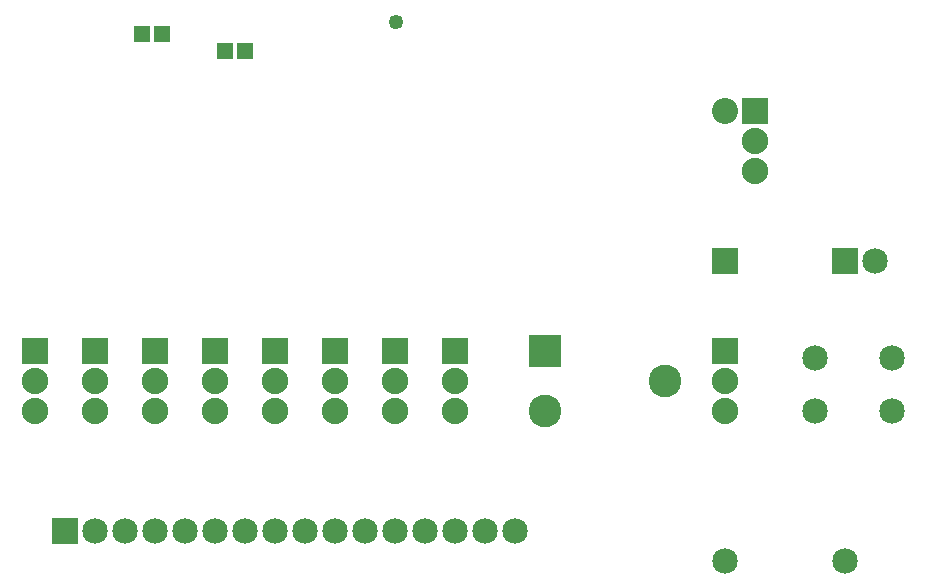
<source format=gts>
G04 MADE WITH FRITZING*
G04 WWW.FRITZING.ORG*
G04 DOUBLE SIDED*
G04 HOLES PLATED*
G04 CONTOUR ON CENTER OF CONTOUR VECTOR*
%ASAXBY*%
%FSLAX23Y23*%
%MOIN*%
%OFA0B0*%
%SFA1.0B1.0*%
%ADD10C,0.085000*%
%ADD11C,0.088000*%
%ADD12C,0.109000*%
%ADD13C,0.087222*%
%ADD14C,0.049370*%
%ADD15R,0.085000X0.085000*%
%ADD16R,0.088000X0.088000*%
%ADD17R,0.109000X0.109000*%
%ADD18R,0.087222X0.087222*%
%ADD19R,0.057244X0.053307*%
%LNMASK1*%
G90*
G70*
G54D10*
X2522Y1250D03*
X2922Y1250D03*
X2922Y2250D03*
X3022Y2250D03*
X322Y1350D03*
X422Y1350D03*
X522Y1350D03*
X622Y1350D03*
X722Y1350D03*
X822Y1350D03*
X922Y1350D03*
X1022Y1350D03*
X1122Y1350D03*
X1222Y1350D03*
X1322Y1350D03*
X1422Y1350D03*
X1522Y1350D03*
X1622Y1350D03*
X1722Y1350D03*
X1822Y1350D03*
G54D11*
X2522Y1950D03*
X2522Y1850D03*
X2522Y1750D03*
X1622Y1950D03*
X1622Y1850D03*
X1622Y1750D03*
X1422Y1950D03*
X1422Y1850D03*
X1422Y1750D03*
X1222Y1950D03*
X1222Y1850D03*
X1222Y1750D03*
X1022Y1950D03*
X1022Y1850D03*
X1022Y1750D03*
X822Y1950D03*
X822Y1850D03*
X822Y1750D03*
X622Y1950D03*
X622Y1850D03*
X622Y1750D03*
X422Y1950D03*
X422Y1850D03*
X422Y1750D03*
X222Y1950D03*
X222Y1850D03*
X222Y1750D03*
G54D12*
X1922Y1750D03*
X1922Y1950D03*
X2322Y1850D03*
G54D10*
X3078Y1750D03*
X2822Y1750D03*
X3078Y1927D03*
X2822Y1927D03*
G54D13*
X2522Y2750D03*
X2522Y2250D03*
X2522Y2750D03*
X2522Y2250D03*
G54D11*
X2622Y2750D03*
X2622Y2650D03*
X2622Y2550D03*
G54D14*
X1424Y3049D03*
G54D15*
X2922Y2250D03*
X322Y1350D03*
G54D16*
X2522Y1950D03*
X1622Y1950D03*
X1422Y1950D03*
X1222Y1950D03*
X1022Y1950D03*
X822Y1950D03*
X622Y1950D03*
X422Y1950D03*
X222Y1950D03*
G54D17*
X1922Y1950D03*
G54D18*
X2522Y2250D03*
X2522Y2250D03*
G54D16*
X2622Y2750D03*
G54D19*
X577Y3009D03*
X644Y3009D03*
X855Y2950D03*
X922Y2950D03*
G04 End of Mask1*
M02*
</source>
